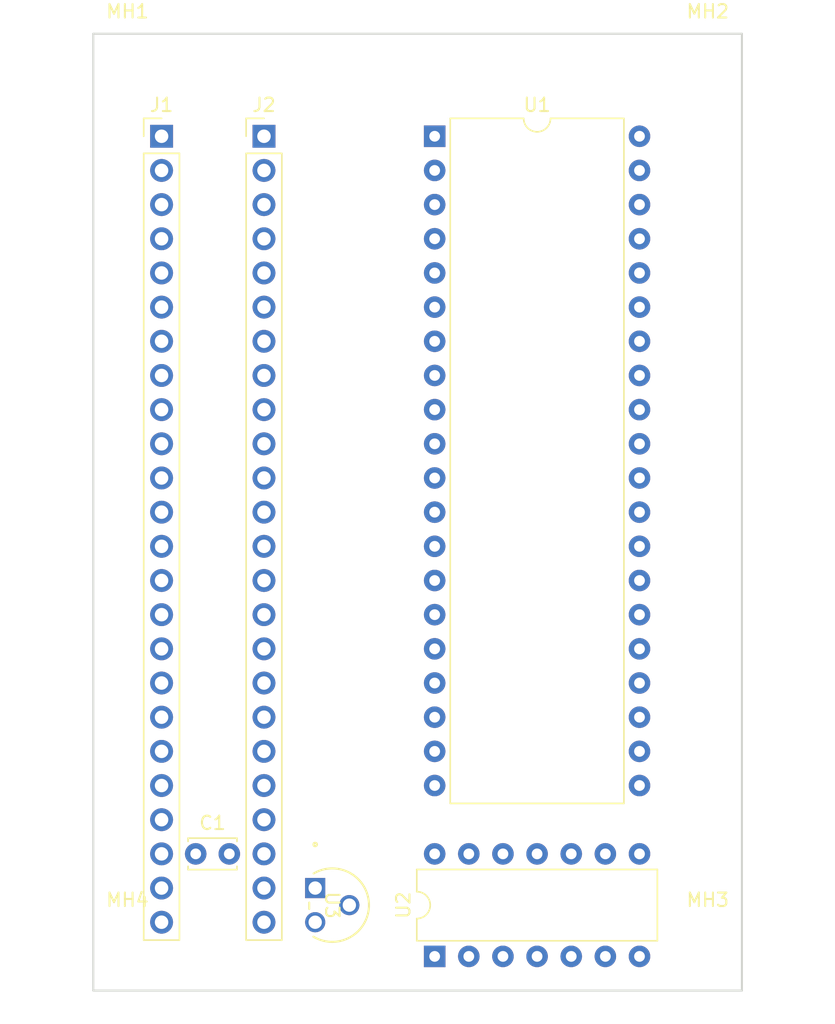
<source format=kicad_pcb>
(kicad_pcb (version 20221018) (generator pcbnew)
  (title_block (title "BionicNSC800") (company "Tadashi G. Takaoka"))
  (layers (0 "F.Cu" signal) (31 "B.Cu" signal) (34 "B.Paste" user) (35 "F.Paste" user) (36 "B.SilkS" user "B.Silkscreen") (37 "F.SilkS" user "F.Silkscreen") (38 "B.Mask" user) (39 "F.Mask" user) (44 "Edge.Cuts" user))
  (net 0 "")
  (net 1 "VCC")
  (net 2 "GND")
  (net 4 "/P26")
  (net 6 "/P27")
  (net 7 "/P47")
  (net 8 "/P46")
  (net 9 "/P25")
  (net 10 "/P24")
  (net 11 "/P23")
  (net 12 "/P22")
  (net 13 "/P21")
  (net 14 "/P20")
  (net 15 "/P34")
  (net 16 "/P35")
  (net 17 "/P17")
  (net 18 "/P36")
  (net 19 "/P16")
  (net 20 "/P15")
  (net 21 "/P40")
  (net 22 "/P14")
  (net 23 "/P13")
  (net 24 "/P42")
  (net 25 "/P12")
  (net 26 "/P11")
  (net 27 "/P44")
  (net 28 "/P10")
  (net 29 "/P45")
  (net 30 "/P50")
  (net 31 "/P43")
  (net 32 "/P52")
  (net 33 "/P30")
  (net 34 "/P31")
  (net 35 "/P32")
  (net 36 "/P37")
  (net 37 "/P51")
  (net 38 "/P55")
  (net 39 "/P54")
  (net 41 "/P53")
  (net 42 "Net-(U1-XIN)")
  (net 43 "Net-(U1-~{RESETIN})")
  (net 48 "Net-(J2-P57)")
  (footprint "MountingHole:MountingHole_3.2mm_M3" (layer "F.Cu") (at 101 70)
    (fp_text reference "MH1" (at 0 -4.2) (layer "F.SilkS"))
    (fp_text value "MountingHole_3.2mm_M3")
    (pad "" np_thru_hole circle (at 0 0) (size 3.2 3.2) (drill 3.2) (layers "*.Cu" "*.Mask"))
  )
  (footprint "MountingHole:MountingHole_3.2mm_M3" (layer "F.Cu") (at 144.18 70)
    (fp_text reference "MH2" (at 0 -4.2) (layer "F.SilkS"))
    (fp_text value "MountingHole_3.2mm_M3")
    (pad "" np_thru_hole circle (at 0 0) (size 3.2 3.2) (drill 3.2) (layers "*.Cu" "*.Mask"))
  )
  (footprint "MountingHole:MountingHole_3.2mm_M3" (layer "F.Cu") (at 144.18 136.04)
    (fp_text reference "MH3" (at 0 -4.2) (layer "F.SilkS"))
    (fp_text value "MountingHole_3.2mm_M3")
    (pad "" np_thru_hole circle (at 0 0) (size 3.2 3.2) (drill 3.2) (layers "*.Cu" "*.Mask"))
  )
  (footprint "MountingHole:MountingHole_3.2mm_M3" (layer "F.Cu") (at 101 136.04)
    (fp_text reference "MH4" (at 0 -4.2) (layer "F.SilkS"))
    (fp_text value "MountingHole_3.2mm_M3")
    (pad "" np_thru_hole circle (at 0 0) (size 3.2 3.2) (drill 3.2) (layers "*.Cu" "*.Mask"))
  )
  (footprint "Package_DIP:DIP-14_W7.62mm" (layer "F.Cu") (at 123.86 136.04 90)
    (fp_text reference "U2" (at 3.81 -2.33 90) (layer "F.SilkS"))
    (fp_text value "74HCT126")
    (fp_line (start 1.16 -1.33) (end 1.16 16.57) (stroke (width 0.12)) (layer "F.SilkS"))
    (fp_line (start 1.16 16.57) (end 6.46 16.57) (stroke (width 0.12)) (layer "F.SilkS"))
    (fp_line (start 2.81 -1.33) (end 1.16 -1.33) (stroke (width 0.12)) (layer "F.SilkS"))
    (fp_line (start 6.46 -1.33) (end 4.81 -1.33) (stroke (width 0.12)) (layer "F.SilkS"))
    (fp_line (start 6.46 16.57) (end 6.46 -1.33) (stroke (width 0.12)) (layer "F.SilkS"))
    (fp_arc (start 4.81 -1.33) (mid 3.81 -0.33) (end 2.81 -1.33) (stroke (width 0.12)) (layer "F.SilkS"))
    (pad "1" thru_hole rect (at 0 0 90) (size 1.6 1.6) (drill 0.8) (layers "*.Cu" "*.Mask") (net 1 "VCC"))
    (pad "2" thru_hole oval (at 0 2.54 90) (size 1.6 1.6) (drill 0.8) (layers "*.Cu" "*.Mask") (net 8 "/P46"))
    (pad "3" thru_hole oval (at 0 5.08 90) (size 1.6 1.6) (drill 0.8) (layers "*.Cu" "*.Mask") (net 42 "Net-(U1-XIN)"))
    (pad "4" thru_hole oval (at 0 7.62 90) (size 1.6 1.6) (drill 0.8) (layers "*.Cu" "*.Mask") (net 1 "VCC"))
    (pad "5" thru_hole oval (at 0 10.16 90) (size 1.6 1.6) (drill 0.8) (layers "*.Cu" "*.Mask") (net 41 "/P53"))
    (pad "6" thru_hole oval (at 0 12.7 90) (size 1.6 1.6) (drill 0.8) (layers "*.Cu" "*.Mask") (net 43 "Net-(U1-~{RESETIN})"))
    (pad "7" thru_hole oval (at 0 15.24 90) (size 1.6 1.6) (drill 0.8) (layers "*.Cu" "*.Mask") (net 2 "GND"))
    (pad "8" thru_hole oval (at 7.62 15.24 90) (size 1.6 1.6) (drill 0.8) (layers "*.Cu" "*.Mask"))
    (pad "9" thru_hole oval (at 7.62 12.7 90) (size 1.6 1.6) (drill 0.8) (layers "*.Cu" "*.Mask") (net 2 "GND"))
    (pad "10" thru_hole oval (at 7.62 10.16 90) (size 1.6 1.6) (drill 0.8) (layers "*.Cu" "*.Mask") (net 2 "GND"))
    (pad "11" thru_hole oval (at 7.62 7.62 90) (size 1.6 1.6) (drill 0.8) (layers "*.Cu" "*.Mask"))
    (pad "12" thru_hole oval (at 7.62 5.08 90) (size 1.6 1.6) (drill 0.8) (layers "*.Cu" "*.Mask") (net 2 "GND"))
    (pad "13" thru_hole oval (at 7.62 2.54 90) (size 1.6 1.6) (drill 0.8) (layers "*.Cu" "*.Mask") (net 2 "GND"))
    (pad "14" thru_hole oval (at 7.62 0 90) (size 1.6 1.6) (drill 0.8) (layers "*.Cu" "*.Mask") (net 1 "VCC"))
  )
  (footprint "Capacitor_THT:C_Disc_D3.4mm_W2.1mm_P2.50mm" (layer "F.Cu") (at 106.08 128.42)
    (fp_text reference "C1" (at 1.25 -2.3) (layer "F.SilkS"))
    (fp_text value "0.1u")
    (fp_line (start -0.57 -1.17) (end -0.57 -0.925) (stroke (width 0.12)) (layer "F.SilkS"))
    (fp_line (start -0.57 -1.17) (end 3.07 -1.17) (stroke (width 0.12)) (layer "F.SilkS"))
    (fp_line (start -0.57 0.925) (end -0.57 1.17) (stroke (width 0.12)) (layer "F.SilkS"))
    (fp_line (start -0.57 1.17) (end 3.07 1.17) (stroke (width 0.12)) (layer "F.SilkS"))
    (fp_line (start 3.07 -1.17) (end 3.07 -0.925) (stroke (width 0.12)) (layer "F.SilkS"))
    (fp_line (start 3.07 0.925) (end 3.07 1.17) (stroke (width 0.12)) (layer "F.SilkS"))
    (pad "1" thru_hole circle (at 0 0) (size 1.6 1.6) (drill 0.8) (layers "*.Cu" "*.Mask") (net 1 "VCC"))
    (pad "2" thru_hole circle (at 2.5 0) (size 1.6 1.6) (drill 0.8) (layers "*.Cu" "*.Mask") (net 2 "GND"))
  )
  (footprint "Package_DIP:DIP-40_W15.24mm" (layer "F.Cu") (at 123.86 75.08)
    (fp_text reference "U1" (at 7.62 -2.33) (layer "F.SilkS"))
    (fp_text value "NSC800N")
    (fp_line (start 1.16 -1.33) (end 1.16 49.59) (stroke (width 0.12)) (layer "F.SilkS"))
    (fp_line (start 1.16 49.59) (end 14.08 49.59) (stroke (width 0.12)) (layer "F.SilkS"))
    (fp_line (start 6.62 -1.33) (end 1.16 -1.33) (stroke (width 0.12)) (layer "F.SilkS"))
    (fp_line (start 14.08 -1.33) (end 8.62 -1.33) (stroke (width 0.12)) (layer "F.SilkS"))
    (fp_line (start 14.08 49.59) (end 14.08 -1.33) (stroke (width 0.12)) (layer "F.SilkS"))
    (fp_arc (start 8.62 -1.33) (mid 7.62 -0.33) (end 6.62 -1.33) (stroke (width 0.12)) (layer "F.SilkS"))
    (pad "1" thru_hole rect (at 0 0) (size 1.6 1.6) (drill 0.8) (layers "*.Cu" "*.Mask") (net 14 "/P20"))
    (pad "2" thru_hole oval (at 0 2.54) (size 1.6 1.6) (drill 0.8) (layers "*.Cu" "*.Mask") (net 13 "/P21"))
    (pad "3" thru_hole oval (at 0 5.08) (size 1.6 1.6) (drill 0.8) (layers "*.Cu" "*.Mask") (net 12 "/P22"))
    (pad "4" thru_hole oval (at 0 7.62) (size 1.6 1.6) (drill 0.8) (layers "*.Cu" "*.Mask") (net 11 "/P23"))
    (pad "5" thru_hole oval (at 0 10.16) (size 1.6 1.6) (drill 0.8) (layers "*.Cu" "*.Mask") (net 10 "/P24"))
    (pad "6" thru_hole oval (at 0 12.7) (size 1.6 1.6) (drill 0.8) (layers "*.Cu" "*.Mask") (net 9 "/P25"))
    (pad "7" thru_hole oval (at 0 15.24) (size 1.6 1.6) (drill 0.8) (layers "*.Cu" "*.Mask") (net 4 "/P26"))
    (pad "8" thru_hole oval (at 0 17.78) (size 1.6 1.6) (drill 0.8) (layers "*.Cu" "*.Mask") (net 6 "/P27"))
    (pad "9" thru_hole oval (at 0 20.32) (size 1.6 1.6) (drill 0.8) (layers "*.Cu" "*.Mask") (net 7 "/P47"))
    (pad "10" thru_hole oval (at 0 22.86) (size 1.6 1.6) (drill 0.8) (layers "*.Cu" "*.Mask"))
    (pad "11" thru_hole oval (at 0 25.4) (size 1.6 1.6) (drill 0.8) (layers "*.Cu" "*.Mask") (net 42 "Net-(U1-XIN)"))
    (pad "12" thru_hole oval (at 0 27.94) (size 1.6 1.6) (drill 0.8) (layers "*.Cu" "*.Mask") (net 28 "/P10"))
    (pad "13" thru_hole oval (at 0 30.48) (size 1.6 1.6) (drill 0.8) (layers "*.Cu" "*.Mask") (net 26 "/P11"))
    (pad "14" thru_hole oval (at 0 33.02) (size 1.6 1.6) (drill 0.8) (layers "*.Cu" "*.Mask") (net 25 "/P12"))
    (pad "15" thru_hole oval (at 0 35.56) (size 1.6 1.6) (drill 0.8) (layers "*.Cu" "*.Mask") (net 23 "/P13"))
    (pad "16" thru_hole oval (at 0 38.1) (size 1.6 1.6) (drill 0.8) (layers "*.Cu" "*.Mask") (net 22 "/P14"))
    (pad "17" thru_hole oval (at 0 40.64) (size 1.6 1.6) (drill 0.8) (layers "*.Cu" "*.Mask") (net 20 "/P15"))
    (pad "18" thru_hole oval (at 0 43.18) (size 1.6 1.6) (drill 0.8) (layers "*.Cu" "*.Mask") (net 19 "/P16"))
    (pad "19" thru_hole oval (at 0 45.72) (size 1.6 1.6) (drill 0.8) (layers "*.Cu" "*.Mask") (net 17 "/P17"))
    (pad "20" thru_hole oval (at 0 48.26) (size 1.6 1.6) (drill 0.8) (layers "*.Cu" "*.Mask") (net 2 "GND"))
    (pad "21" thru_hole oval (at 15.24 48.26) (size 1.6 1.6) (drill 0.8) (layers "*.Cu" "*.Mask") (net 31 "/P43"))
    (pad "22" thru_hole oval (at 15.24 45.72) (size 1.6 1.6) (drill 0.8) (layers "*.Cu" "*.Mask") (net 33 "/P30"))
    (pad "23" thru_hole oval (at 15.24 43.18) (size 1.6 1.6) (drill 0.8) (layers "*.Cu" "*.Mask") (net 34 "/P31"))
    (pad "24" thru_hole oval (at 15.24 40.64) (size 1.6 1.6) (drill 0.8) (layers "*.Cu" "*.Mask") (net 35 "/P32"))
    (pad "25" thru_hole oval (at 15.24 38.1) (size 1.6 1.6) (drill 0.8) (layers "*.Cu" "*.Mask") (net 24 "/P42"))
    (pad "26" thru_hole oval (at 15.24 35.56) (size 1.6 1.6) (drill 0.8) (layers "*.Cu" "*.Mask") (net 39 "/P54"))
    (pad "27" thru_hole oval (at 15.24 33.02) (size 1.6 1.6) (drill 0.8) (layers "*.Cu" "*.Mask") (net 16 "/P35"))
    (pad "28" thru_hole oval (at 15.24 30.48) (size 1.6 1.6) (drill 0.8) (layers "*.Cu" "*.Mask") (net 29 "/P45"))
    (pad "29" thru_hole oval (at 15.24 27.94) (size 1.6 1.6) (drill 0.8) (layers "*.Cu" "*.Mask") (net 15 "/P34"))
    (pad "30" thru_hole oval (at 15.24 25.4) (size 1.6 1.6) (drill 0.8) (layers "*.Cu" "*.Mask") (net 21 "/P40"))
    (pad "31" thru_hole oval (at 15.24 22.86) (size 1.6 1.6) (drill 0.8) (layers "*.Cu" "*.Mask") (net 37 "/P51"))
    (pad "32" thru_hole oval (at 15.24 20.32) (size 1.6 1.6) (drill 0.8) (layers "*.Cu" "*.Mask") (net 30 "/P50"))
    (pad "33" thru_hole oval (at 15.24 17.78) (size 1.6 1.6) (drill 0.8) (layers "*.Cu" "*.Mask") (net 43 "Net-(U1-~{RESETIN})"))
    (pad "34" thru_hole oval (at 15.24 15.24) (size 1.6 1.6) (drill 0.8) (layers "*.Cu" "*.Mask") (net 38 "/P55"))
    (pad "35" thru_hole oval (at 15.24 12.7) (size 1.6 1.6) (drill 0.8) (layers "*.Cu" "*.Mask") (net 18 "/P36"))
    (pad "36" thru_hole oval (at 15.24 10.16) (size 1.6 1.6) (drill 0.8) (layers "*.Cu" "*.Mask") (net 36 "/P37"))
    (pad "37" thru_hole oval (at 15.24 7.62) (size 1.6 1.6) (drill 0.8) (layers "*.Cu" "*.Mask"))
    (pad "38" thru_hole oval (at 15.24 5.08) (size 1.6 1.6) (drill 0.8) (layers "*.Cu" "*.Mask") (net 32 "/P52"))
    (pad "39" thru_hole oval (at 15.24 2.54) (size 1.6 1.6) (drill 0.8) (layers "*.Cu" "*.Mask") (net 27 "/P44"))
    (pad "40" thru_hole oval (at 15.24 0) (size 1.6 1.6) (drill 0.8) (layers "*.Cu" "*.Mask") (net 1 "VCC"))
  )
  (footprint "microchip:TO-92_MC_MCH" (layer "F.Cu") (at 114.97 130.96 -90)
    (fp_text reference "U3" (at 1.27 -1.27 -90 unlocked) (layer "F.SilkS"))
    (fp_text value "11AA010-I/TO")
    (fp_line (start 1.08204 0.4445) (end 1.553476 0.4445) (stroke (width 0.1524)) (layer "F.SilkS"))
    (fp_arc (start -1.08204 0.116917) (mid 0.551186 -3.904186) (end 4.0005 -1.27) (stroke (width 0.1524)) (layer "F.SilkS"))
    (fp_arc (start 4.0005 -1.269999) (mid 3.90215 -0.543764) (end 3.614184 0.130155) (stroke (width 0.1524)) (layer "F.SilkS"))
    (fp_circle (center -3.2385 0) (end -3.1115 0) (stroke (width 0.1524)) (fill none) (layer "F.SilkS"))
    (pad "1" thru_hole rect (at 0 0 270) (size 1.4986 1.4986) (drill 0.9906) (layers "*.Cu" "*.Mask") (net 2 "GND"))
    (pad "2" thru_hole circle (at 1.27 -2.54 270) (size 1.4986 1.4986) (drill 0.9906) (layers "*.Cu" "*.Mask") (net 48 "Net-(J2-P57)"))
    (pad "3" thru_hole circle (at 2.54 0 270) (size 1.4986 1.4986) (drill 0.9906) (layers "*.Cu" "*.Mask") (net 1 "VCC"))
  )
  (footprint "connector:Bionic-P245_Vertical" (layer "F.Cu") (at 111.16 75.08)
    (fp_text reference "J2" (at 0 -2.33) (layer "F.SilkS"))
    (fp_text value "Bionic-P245")
    (fp_line (start -1.33 -1.33) (end 0 -1.33) (stroke (width 0.12)) (layer "F.SilkS"))
    (fp_line (start -1.33 0) (end -1.33 -1.33) (stroke (width 0.12)) (layer "F.SilkS"))
    (fp_line (start -1.33 1.27) (end -1.33 59.75) (stroke (width 0.12)) (layer "F.SilkS"))
    (fp_line (start -1.33 1.27) (end 1.33 1.27) (stroke (width 0.12)) (layer "F.SilkS"))
    (fp_line (start -1.33 59.75) (end 1.33 59.75) (stroke (width 0.12)) (layer "F.SilkS"))
    (fp_line (start 1.33 1.27) (end 1.33 59.75) (stroke (width 0.12)) (layer "F.SilkS"))
    (pad "25" thru_hole oval (at 0 58.42) (size 1.7 1.7) (drill 1) (layers "*.Cu" "*.Mask") (net 1 "VCC"))
    (pad "26" thru_hole oval (at 0 55.88) (size 1.7 1.7) (drill 1) (layers "*.Cu" "*.Mask") (net 48 "Net-(J2-P57)"))
    (pad "27" thru_hole oval (at 0 53.34) (size 1.7 1.7) (drill 1) (layers "*.Cu" "*.Mask"))
    (pad "28" thru_hole oval (at 0 50.8) (size 1.7 1.7) (drill 1) (layers "*.Cu" "*.Mask") (net 38 "/P55"))
    (pad "29" thru_hole oval (at 0 48.26) (size 1.7 1.7) (drill 1) (layers "*.Cu" "*.Mask") (net 39 "/P54"))
    (pad "30" thru_hole oval (at 0 45.72) (size 1.7 1.7) (drill 1) (layers "*.Cu" "*.Mask"))
    (pad "31" thru_hole oval (at 0 43.18) (size 1.7 1.7) (drill 1) (layers "*.Cu" "*.Mask") (net 7 "/P47"))
    (pad "32" thru_hole oval (at 0 40.64) (size 1.7 1.7) (drill 1) (layers "*.Cu" "*.Mask") (net 8 "/P46"))
    (pad "33" thru_hole oval (at 0 38.1) (size 1.7 1.7) (drill 1) (layers "*.Cu" "*.Mask") (net 29 "/P45"))
    (pad "34" thru_hole oval (at 0 35.56) (size 1.7 1.7) (drill 1) (layers "*.Cu" "*.Mask") (net 27 "/P44"))
    (pad "35" thru_hole oval (at 0 33.02) (size 1.7 1.7) (drill 1) (layers "*.Cu" "*.Mask") (net 31 "/P43"))
    (pad "36" thru_hole oval (at 0 30.48) (size 1.7 1.7) (drill 1) (layers "*.Cu" "*.Mask") (net 24 "/P42"))
    (pad "37" thru_hole oval (at 0 27.94) (size 1.7 1.7) (drill 1) (layers "*.Cu" "*.Mask"))
    (pad "38" thru_hole oval (at 0 25.4) (size 1.7 1.7) (drill 1) (layers "*.Cu" "*.Mask") (net 21 "/P40"))
    (pad "39" thru_hole oval (at 0 22.86) (size 1.7 1.7) (drill 1) (layers "*.Cu" "*.Mask"))
    (pad "40" thru_hole oval (at 0 20.32) (size 1.7 1.7) (drill 1) (layers "*.Cu" "*.Mask") (net 6 "/P27"))
    (pad "41" thru_hole oval (at 0 17.78) (size 1.7 1.7) (drill 1) (layers "*.Cu" "*.Mask") (net 4 "/P26"))
    (pad "42" thru_hole oval (at 0 15.24) (size 1.7 1.7) (drill 1) (layers "*.Cu" "*.Mask") (net 9 "/P25"))
    (pad "43" thru_hole oval (at 0 12.7) (size 1.7 1.7) (drill 1) (layers "*.Cu" "*.Mask") (net 10 "/P24"))
    (pad "44" thru_hole oval (at 0 10.16) (size 1.7 1.7) (drill 1) (layers "*.Cu" "*.Mask") (net 11 "/P23"))
    (pad "45" thru_hole oval (at 0 7.62) (size 1.7 1.7) (drill 1) (layers "*.Cu" "*.Mask") (net 12 "/P22"))
    (pad "46" thru_hole oval (at 0 5.08) (size 1.7 1.7) (drill 1) (layers "*.Cu" "*.Mask") (net 13 "/P21"))
    (pad "47" thru_hole oval (at 0 2.54) (size 1.7 1.7) (drill 1) (layers "*.Cu" "*.Mask") (net 14 "/P20"))
    (pad "48" thru_hole rect (at 0 0) (size 1.7 1.7) (drill 1) (layers "*.Cu" "*.Mask") (net 2 "GND"))
  )
  (footprint "connector:Bionic-P135_Vertical" (layer "F.Cu") (at 103.54 75.08)
    (fp_text reference "J1" (at 0 -2.33) (layer "F.SilkS"))
    (fp_text value "Bionic-P135")
    (fp_line (start -1.33 -1.33) (end 0 -1.33) (stroke (width 0.12)) (layer "F.SilkS"))
    (fp_line (start -1.33 0) (end -1.33 -1.33) (stroke (width 0.12)) (layer "F.SilkS"))
    (fp_line (start -1.33 1.27) (end -1.33 59.75) (stroke (width 0.12)) (layer "F.SilkS"))
    (fp_line (start -1.33 1.27) (end 1.33 1.27) (stroke (width 0.12)) (layer "F.SilkS"))
    (fp_line (start -1.33 59.75) (end 1.33 59.75) (stroke (width 0.12)) (layer "F.SilkS"))
    (fp_line (start 1.33 1.27) (end 1.33 59.75) (stroke (width 0.12)) (layer "F.SilkS"))
    (pad "1" thru_hole rect (at 0 0) (size 1.7 1.7) (drill 1) (layers "*.Cu" "*.Mask") (net 2 "GND"))
    (pad "2" thru_hole oval (at 0 2.54) (size 1.7 1.7) (drill 1) (layers "*.Cu" "*.Mask") (net 28 "/P10"))
    (pad "3" thru_hole oval (at 0 5.08) (size 1.7 1.7) (drill 1) (layers "*.Cu" "*.Mask") (net 26 "/P11"))
    (pad "4" thru_hole oval (at 0 7.62) (size 1.7 1.7) (drill 1) (layers "*.Cu" "*.Mask") (net 25 "/P12"))
    (pad "5" thru_hole oval (at 0 10.16) (size 1.7 1.7) (drill 1) (layers "*.Cu" "*.Mask") (net 23 "/P13"))
    (pad "6" thru_hole oval (at 0 12.7) (size 1.7 1.7) (drill 1) (layers "*.Cu" "*.Mask") (net 22 "/P14"))
    (pad "7" thru_hole oval (at 0 15.24) (size 1.7 1.7) (drill 1) (layers "*.Cu" "*.Mask") (net 20 "/P15"))
    (pad "8" thru_hole oval (at 0 17.78) (size 1.7 1.7) (drill 1) (layers "*.Cu" "*.Mask") (net 19 "/P16"))
    (pad "9" thru_hole oval (at 0 20.32) (size 1.7 1.7) (drill 1) (layers "*.Cu" "*.Mask") (net 17 "/P17"))
    (pad "10" thru_hole oval (at 0 22.86) (size 1.7 1.7) (drill 1) (layers "*.Cu" "*.Mask"))
    (pad "11" thru_hole oval (at 0 25.4) (size 1.7 1.7) (drill 1) (layers "*.Cu" "*.Mask") (net 33 "/P30"))
    (pad "12" thru_hole oval (at 0 27.94) (size 1.7 1.7) (drill 1) (layers "*.Cu" "*.Mask") (net 34 "/P31"))
    (pad "13" thru_hole oval (at 0 30.48) (size 1.7 1.7) (drill 1) (layers "*.Cu" "*.Mask") (net 35 "/P32"))
    (pad "14" thru_hole oval (at 0 33.02) (size 1.7 1.7) (drill 1) (layers "*.Cu" "*.Mask"))
    (pad "15" thru_hole oval (at 0 35.56) (size 1.7 1.7) (drill 1) (layers "*.Cu" "*.Mask") (net 15 "/P34"))
    (pad "16" thru_hole oval (at 0 38.1) (size 1.7 1.7) (drill 1) (layers "*.Cu" "*.Mask") (net 16 "/P35"))
    (pad "17" thru_hole oval (at 0 40.64) (size 1.7 1.7) (drill 1) (layers "*.Cu" "*.Mask") (net 18 "/P36"))
    (pad "18" thru_hole oval (at 0 43.18) (size 1.7 1.7) (drill 1) (layers "*.Cu" "*.Mask") (net 36 "/P37"))
    (pad "19" thru_hole oval (at 0 45.72) (size 1.7 1.7) (drill 1) (layers "*.Cu" "*.Mask"))
    (pad "20" thru_hole oval (at 0 48.26) (size 1.7 1.7) (drill 1) (layers "*.Cu" "*.Mask") (net 30 "/P50"))
    (pad "21" thru_hole oval (at 0 50.8) (size 1.7 1.7) (drill 1) (layers "*.Cu" "*.Mask") (net 37 "/P51"))
    (pad "22" thru_hole oval (at 0 53.34) (size 1.7 1.7) (drill 1) (layers "*.Cu" "*.Mask") (net 32 "/P52"))
    (pad "23" thru_hole oval (at 0 55.88) (size 1.7 1.7) (drill 1) (layers "*.Cu" "*.Mask") (net 41 "/P53"))
    (pad "24" thru_hole oval (at 0 58.42) (size 1.7 1.7) (drill 1) (layers "*.Cu" "*.Mask") (net 1 "VCC"))
  )
  (gr_line (start 98.46 138.58) (end 98.46 67.46) (stroke (width 0.15)) (layer "Edge.Cuts"))
  (gr_line (start 98.46 67.46) (end 146.72 67.46) (stroke (width 0.15)) (layer "Edge.Cuts"))
  (gr_line (start 146.72 67.46) (end 146.72 138.58) (stroke (width 0.15)) (layer "Edge.Cuts"))
  (gr_line (start 146.72 138.58) (end 98.46 138.58) (stroke (width 0.15)) (layer "Edge.Cuts"))
)
</source>
